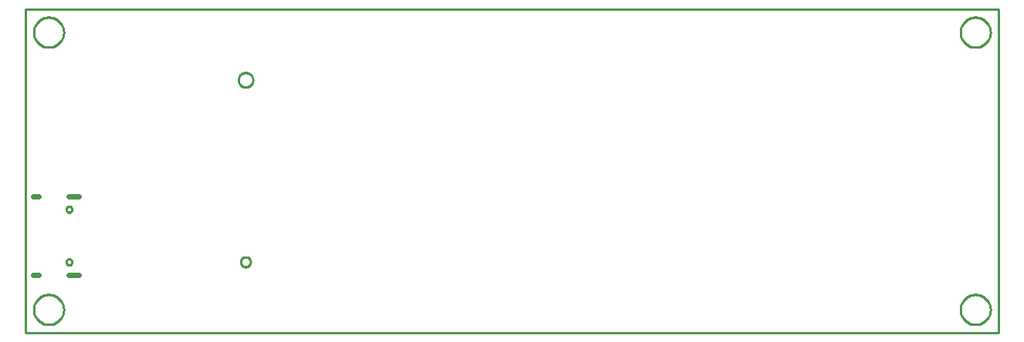
<source format=gko>
G04 EAGLE Gerber RS-274X export*
G75*
%MOMM*%
%FSLAX34Y34*%
%LPD*%
%IN*%
%IPPOS*%
%AMOC8*
5,1,8,0,0,1.08239X$1,22.5*%
G01*
%ADD10C,0.254000*%
%ADD11C,0.000000*%
%ADD12C,0.600000*%
%ADD13C,0.254000*%


D10*
X0Y0D02*
X0Y355600D01*
X1066800Y355600D01*
X1066800Y0D01*
X0Y0D01*
D11*
X44530Y135580D02*
X44532Y135693D01*
X44538Y135807D01*
X44548Y135920D01*
X44562Y136032D01*
X44579Y136144D01*
X44601Y136256D01*
X44627Y136366D01*
X44656Y136476D01*
X44689Y136584D01*
X44726Y136692D01*
X44767Y136797D01*
X44811Y136902D01*
X44859Y137005D01*
X44910Y137106D01*
X44965Y137205D01*
X45024Y137302D01*
X45086Y137397D01*
X45151Y137490D01*
X45219Y137581D01*
X45290Y137669D01*
X45365Y137755D01*
X45442Y137838D01*
X45522Y137918D01*
X45605Y137995D01*
X45691Y138070D01*
X45779Y138141D01*
X45870Y138209D01*
X45963Y138274D01*
X46058Y138336D01*
X46155Y138395D01*
X46254Y138450D01*
X46355Y138501D01*
X46458Y138549D01*
X46563Y138593D01*
X46668Y138634D01*
X46776Y138671D01*
X46884Y138704D01*
X46994Y138733D01*
X47104Y138759D01*
X47216Y138781D01*
X47328Y138798D01*
X47440Y138812D01*
X47553Y138822D01*
X47667Y138828D01*
X47780Y138830D01*
X47893Y138828D01*
X48007Y138822D01*
X48120Y138812D01*
X48232Y138798D01*
X48344Y138781D01*
X48456Y138759D01*
X48566Y138733D01*
X48676Y138704D01*
X48784Y138671D01*
X48892Y138634D01*
X48997Y138593D01*
X49102Y138549D01*
X49205Y138501D01*
X49306Y138450D01*
X49405Y138395D01*
X49502Y138336D01*
X49597Y138274D01*
X49690Y138209D01*
X49781Y138141D01*
X49869Y138070D01*
X49955Y137995D01*
X50038Y137918D01*
X50118Y137838D01*
X50195Y137755D01*
X50270Y137669D01*
X50341Y137581D01*
X50409Y137490D01*
X50474Y137397D01*
X50536Y137302D01*
X50595Y137205D01*
X50650Y137106D01*
X50701Y137005D01*
X50749Y136902D01*
X50793Y136797D01*
X50834Y136692D01*
X50871Y136584D01*
X50904Y136476D01*
X50933Y136366D01*
X50959Y136256D01*
X50981Y136144D01*
X50998Y136032D01*
X51012Y135920D01*
X51022Y135807D01*
X51028Y135693D01*
X51030Y135580D01*
X51028Y135467D01*
X51022Y135353D01*
X51012Y135240D01*
X50998Y135128D01*
X50981Y135016D01*
X50959Y134904D01*
X50933Y134794D01*
X50904Y134684D01*
X50871Y134576D01*
X50834Y134468D01*
X50793Y134363D01*
X50749Y134258D01*
X50701Y134155D01*
X50650Y134054D01*
X50595Y133955D01*
X50536Y133858D01*
X50474Y133763D01*
X50409Y133670D01*
X50341Y133579D01*
X50270Y133491D01*
X50195Y133405D01*
X50118Y133322D01*
X50038Y133242D01*
X49955Y133165D01*
X49869Y133090D01*
X49781Y133019D01*
X49690Y132951D01*
X49597Y132886D01*
X49502Y132824D01*
X49405Y132765D01*
X49306Y132710D01*
X49205Y132659D01*
X49102Y132611D01*
X48997Y132567D01*
X48892Y132526D01*
X48784Y132489D01*
X48676Y132456D01*
X48566Y132427D01*
X48456Y132401D01*
X48344Y132379D01*
X48232Y132362D01*
X48120Y132348D01*
X48007Y132338D01*
X47893Y132332D01*
X47780Y132330D01*
X47667Y132332D01*
X47553Y132338D01*
X47440Y132348D01*
X47328Y132362D01*
X47216Y132379D01*
X47104Y132401D01*
X46994Y132427D01*
X46884Y132456D01*
X46776Y132489D01*
X46668Y132526D01*
X46563Y132567D01*
X46458Y132611D01*
X46355Y132659D01*
X46254Y132710D01*
X46155Y132765D01*
X46058Y132824D01*
X45963Y132886D01*
X45870Y132951D01*
X45779Y133019D01*
X45691Y133090D01*
X45605Y133165D01*
X45522Y133242D01*
X45442Y133322D01*
X45365Y133405D01*
X45290Y133491D01*
X45219Y133579D01*
X45151Y133670D01*
X45086Y133763D01*
X45024Y133858D01*
X44965Y133955D01*
X44910Y134054D01*
X44859Y134155D01*
X44811Y134258D01*
X44767Y134363D01*
X44726Y134468D01*
X44689Y134576D01*
X44656Y134684D01*
X44627Y134794D01*
X44601Y134904D01*
X44579Y135016D01*
X44562Y135128D01*
X44548Y135240D01*
X44538Y135353D01*
X44532Y135467D01*
X44530Y135580D01*
X44530Y77780D02*
X44532Y77893D01*
X44538Y78007D01*
X44548Y78120D01*
X44562Y78232D01*
X44579Y78344D01*
X44601Y78456D01*
X44627Y78566D01*
X44656Y78676D01*
X44689Y78784D01*
X44726Y78892D01*
X44767Y78997D01*
X44811Y79102D01*
X44859Y79205D01*
X44910Y79306D01*
X44965Y79405D01*
X45024Y79502D01*
X45086Y79597D01*
X45151Y79690D01*
X45219Y79781D01*
X45290Y79869D01*
X45365Y79955D01*
X45442Y80038D01*
X45522Y80118D01*
X45605Y80195D01*
X45691Y80270D01*
X45779Y80341D01*
X45870Y80409D01*
X45963Y80474D01*
X46058Y80536D01*
X46155Y80595D01*
X46254Y80650D01*
X46355Y80701D01*
X46458Y80749D01*
X46563Y80793D01*
X46668Y80834D01*
X46776Y80871D01*
X46884Y80904D01*
X46994Y80933D01*
X47104Y80959D01*
X47216Y80981D01*
X47328Y80998D01*
X47440Y81012D01*
X47553Y81022D01*
X47667Y81028D01*
X47780Y81030D01*
X47893Y81028D01*
X48007Y81022D01*
X48120Y81012D01*
X48232Y80998D01*
X48344Y80981D01*
X48456Y80959D01*
X48566Y80933D01*
X48676Y80904D01*
X48784Y80871D01*
X48892Y80834D01*
X48997Y80793D01*
X49102Y80749D01*
X49205Y80701D01*
X49306Y80650D01*
X49405Y80595D01*
X49502Y80536D01*
X49597Y80474D01*
X49690Y80409D01*
X49781Y80341D01*
X49869Y80270D01*
X49955Y80195D01*
X50038Y80118D01*
X50118Y80038D01*
X50195Y79955D01*
X50270Y79869D01*
X50341Y79781D01*
X50409Y79690D01*
X50474Y79597D01*
X50536Y79502D01*
X50595Y79405D01*
X50650Y79306D01*
X50701Y79205D01*
X50749Y79102D01*
X50793Y78997D01*
X50834Y78892D01*
X50871Y78784D01*
X50904Y78676D01*
X50933Y78566D01*
X50959Y78456D01*
X50981Y78344D01*
X50998Y78232D01*
X51012Y78120D01*
X51022Y78007D01*
X51028Y77893D01*
X51030Y77780D01*
X51028Y77667D01*
X51022Y77553D01*
X51012Y77440D01*
X50998Y77328D01*
X50981Y77216D01*
X50959Y77104D01*
X50933Y76994D01*
X50904Y76884D01*
X50871Y76776D01*
X50834Y76668D01*
X50793Y76563D01*
X50749Y76458D01*
X50701Y76355D01*
X50650Y76254D01*
X50595Y76155D01*
X50536Y76058D01*
X50474Y75963D01*
X50409Y75870D01*
X50341Y75779D01*
X50270Y75691D01*
X50195Y75605D01*
X50118Y75522D01*
X50038Y75442D01*
X49955Y75365D01*
X49869Y75290D01*
X49781Y75219D01*
X49690Y75151D01*
X49597Y75086D01*
X49502Y75024D01*
X49405Y74965D01*
X49306Y74910D01*
X49205Y74859D01*
X49102Y74811D01*
X48997Y74767D01*
X48892Y74726D01*
X48784Y74689D01*
X48676Y74656D01*
X48566Y74627D01*
X48456Y74601D01*
X48344Y74579D01*
X48232Y74562D01*
X48120Y74548D01*
X48007Y74538D01*
X47893Y74532D01*
X47780Y74530D01*
X47667Y74532D01*
X47553Y74538D01*
X47440Y74548D01*
X47328Y74562D01*
X47216Y74579D01*
X47104Y74601D01*
X46994Y74627D01*
X46884Y74656D01*
X46776Y74689D01*
X46668Y74726D01*
X46563Y74767D01*
X46458Y74811D01*
X46355Y74859D01*
X46254Y74910D01*
X46155Y74965D01*
X46058Y75024D01*
X45963Y75086D01*
X45870Y75151D01*
X45779Y75219D01*
X45691Y75290D01*
X45605Y75365D01*
X45522Y75442D01*
X45442Y75522D01*
X45365Y75605D01*
X45290Y75691D01*
X45219Y75779D01*
X45151Y75870D01*
X45086Y75963D01*
X45024Y76058D01*
X44965Y76155D01*
X44910Y76254D01*
X44859Y76355D01*
X44811Y76458D01*
X44767Y76563D01*
X44726Y76668D01*
X44689Y76776D01*
X44656Y76884D01*
X44627Y76994D01*
X44601Y77104D01*
X44579Y77216D01*
X44562Y77328D01*
X44548Y77440D01*
X44538Y77553D01*
X44532Y77667D01*
X44530Y77780D01*
D12*
X47580Y149860D02*
X58580Y149860D01*
X58580Y63500D02*
X47580Y63500D01*
X14430Y149860D02*
X8230Y149860D01*
X8230Y63500D02*
X14430Y63500D01*
D11*
X1024890Y330200D02*
X1024895Y330605D01*
X1024910Y331010D01*
X1024935Y331415D01*
X1024970Y331818D01*
X1025014Y332221D01*
X1025069Y332623D01*
X1025133Y333023D01*
X1025207Y333421D01*
X1025291Y333817D01*
X1025385Y334212D01*
X1025488Y334603D01*
X1025601Y334993D01*
X1025723Y335379D01*
X1025855Y335762D01*
X1025996Y336142D01*
X1026147Y336518D01*
X1026306Y336891D01*
X1026475Y337259D01*
X1026653Y337623D01*
X1026839Y337983D01*
X1027035Y338338D01*
X1027239Y338688D01*
X1027451Y339033D01*
X1027672Y339372D01*
X1027902Y339707D01*
X1028139Y340035D01*
X1028384Y340357D01*
X1028638Y340674D01*
X1028898Y340984D01*
X1029167Y341287D01*
X1029443Y341584D01*
X1029726Y341874D01*
X1030016Y342157D01*
X1030313Y342433D01*
X1030616Y342702D01*
X1030926Y342962D01*
X1031243Y343216D01*
X1031565Y343461D01*
X1031893Y343698D01*
X1032228Y343928D01*
X1032567Y344149D01*
X1032912Y344361D01*
X1033262Y344565D01*
X1033617Y344761D01*
X1033977Y344947D01*
X1034341Y345125D01*
X1034709Y345294D01*
X1035082Y345453D01*
X1035458Y345604D01*
X1035838Y345745D01*
X1036221Y345877D01*
X1036607Y345999D01*
X1036997Y346112D01*
X1037388Y346215D01*
X1037783Y346309D01*
X1038179Y346393D01*
X1038577Y346467D01*
X1038977Y346531D01*
X1039379Y346586D01*
X1039782Y346630D01*
X1040185Y346665D01*
X1040590Y346690D01*
X1040995Y346705D01*
X1041400Y346710D01*
X1041805Y346705D01*
X1042210Y346690D01*
X1042615Y346665D01*
X1043018Y346630D01*
X1043421Y346586D01*
X1043823Y346531D01*
X1044223Y346467D01*
X1044621Y346393D01*
X1045017Y346309D01*
X1045412Y346215D01*
X1045803Y346112D01*
X1046193Y345999D01*
X1046579Y345877D01*
X1046962Y345745D01*
X1047342Y345604D01*
X1047718Y345453D01*
X1048091Y345294D01*
X1048459Y345125D01*
X1048823Y344947D01*
X1049183Y344761D01*
X1049538Y344565D01*
X1049888Y344361D01*
X1050233Y344149D01*
X1050572Y343928D01*
X1050907Y343698D01*
X1051235Y343461D01*
X1051557Y343216D01*
X1051874Y342962D01*
X1052184Y342702D01*
X1052487Y342433D01*
X1052784Y342157D01*
X1053074Y341874D01*
X1053357Y341584D01*
X1053633Y341287D01*
X1053902Y340984D01*
X1054162Y340674D01*
X1054416Y340357D01*
X1054661Y340035D01*
X1054898Y339707D01*
X1055128Y339372D01*
X1055349Y339033D01*
X1055561Y338688D01*
X1055765Y338338D01*
X1055961Y337983D01*
X1056147Y337623D01*
X1056325Y337259D01*
X1056494Y336891D01*
X1056653Y336518D01*
X1056804Y336142D01*
X1056945Y335762D01*
X1057077Y335379D01*
X1057199Y334993D01*
X1057312Y334603D01*
X1057415Y334212D01*
X1057509Y333817D01*
X1057593Y333421D01*
X1057667Y333023D01*
X1057731Y332623D01*
X1057786Y332221D01*
X1057830Y331818D01*
X1057865Y331415D01*
X1057890Y331010D01*
X1057905Y330605D01*
X1057910Y330200D01*
X1057905Y329795D01*
X1057890Y329390D01*
X1057865Y328985D01*
X1057830Y328582D01*
X1057786Y328179D01*
X1057731Y327777D01*
X1057667Y327377D01*
X1057593Y326979D01*
X1057509Y326583D01*
X1057415Y326188D01*
X1057312Y325797D01*
X1057199Y325407D01*
X1057077Y325021D01*
X1056945Y324638D01*
X1056804Y324258D01*
X1056653Y323882D01*
X1056494Y323509D01*
X1056325Y323141D01*
X1056147Y322777D01*
X1055961Y322417D01*
X1055765Y322062D01*
X1055561Y321712D01*
X1055349Y321367D01*
X1055128Y321028D01*
X1054898Y320693D01*
X1054661Y320365D01*
X1054416Y320043D01*
X1054162Y319726D01*
X1053902Y319416D01*
X1053633Y319113D01*
X1053357Y318816D01*
X1053074Y318526D01*
X1052784Y318243D01*
X1052487Y317967D01*
X1052184Y317698D01*
X1051874Y317438D01*
X1051557Y317184D01*
X1051235Y316939D01*
X1050907Y316702D01*
X1050572Y316472D01*
X1050233Y316251D01*
X1049888Y316039D01*
X1049538Y315835D01*
X1049183Y315639D01*
X1048823Y315453D01*
X1048459Y315275D01*
X1048091Y315106D01*
X1047718Y314947D01*
X1047342Y314796D01*
X1046962Y314655D01*
X1046579Y314523D01*
X1046193Y314401D01*
X1045803Y314288D01*
X1045412Y314185D01*
X1045017Y314091D01*
X1044621Y314007D01*
X1044223Y313933D01*
X1043823Y313869D01*
X1043421Y313814D01*
X1043018Y313770D01*
X1042615Y313735D01*
X1042210Y313710D01*
X1041805Y313695D01*
X1041400Y313690D01*
X1040995Y313695D01*
X1040590Y313710D01*
X1040185Y313735D01*
X1039782Y313770D01*
X1039379Y313814D01*
X1038977Y313869D01*
X1038577Y313933D01*
X1038179Y314007D01*
X1037783Y314091D01*
X1037388Y314185D01*
X1036997Y314288D01*
X1036607Y314401D01*
X1036221Y314523D01*
X1035838Y314655D01*
X1035458Y314796D01*
X1035082Y314947D01*
X1034709Y315106D01*
X1034341Y315275D01*
X1033977Y315453D01*
X1033617Y315639D01*
X1033262Y315835D01*
X1032912Y316039D01*
X1032567Y316251D01*
X1032228Y316472D01*
X1031893Y316702D01*
X1031565Y316939D01*
X1031243Y317184D01*
X1030926Y317438D01*
X1030616Y317698D01*
X1030313Y317967D01*
X1030016Y318243D01*
X1029726Y318526D01*
X1029443Y318816D01*
X1029167Y319113D01*
X1028898Y319416D01*
X1028638Y319726D01*
X1028384Y320043D01*
X1028139Y320365D01*
X1027902Y320693D01*
X1027672Y321028D01*
X1027451Y321367D01*
X1027239Y321712D01*
X1027035Y322062D01*
X1026839Y322417D01*
X1026653Y322777D01*
X1026475Y323141D01*
X1026306Y323509D01*
X1026147Y323882D01*
X1025996Y324258D01*
X1025855Y324638D01*
X1025723Y325021D01*
X1025601Y325407D01*
X1025488Y325797D01*
X1025385Y326188D01*
X1025291Y326583D01*
X1025207Y326979D01*
X1025133Y327377D01*
X1025069Y327777D01*
X1025014Y328179D01*
X1024970Y328582D01*
X1024935Y328985D01*
X1024910Y329390D01*
X1024895Y329795D01*
X1024890Y330200D01*
X8890Y330200D02*
X8895Y330605D01*
X8910Y331010D01*
X8935Y331415D01*
X8970Y331818D01*
X9014Y332221D01*
X9069Y332623D01*
X9133Y333023D01*
X9207Y333421D01*
X9291Y333817D01*
X9385Y334212D01*
X9488Y334603D01*
X9601Y334993D01*
X9723Y335379D01*
X9855Y335762D01*
X9996Y336142D01*
X10147Y336518D01*
X10306Y336891D01*
X10475Y337259D01*
X10653Y337623D01*
X10839Y337983D01*
X11035Y338338D01*
X11239Y338688D01*
X11451Y339033D01*
X11672Y339372D01*
X11902Y339707D01*
X12139Y340035D01*
X12384Y340357D01*
X12638Y340674D01*
X12898Y340984D01*
X13167Y341287D01*
X13443Y341584D01*
X13726Y341874D01*
X14016Y342157D01*
X14313Y342433D01*
X14616Y342702D01*
X14926Y342962D01*
X15243Y343216D01*
X15565Y343461D01*
X15893Y343698D01*
X16228Y343928D01*
X16567Y344149D01*
X16912Y344361D01*
X17262Y344565D01*
X17617Y344761D01*
X17977Y344947D01*
X18341Y345125D01*
X18709Y345294D01*
X19082Y345453D01*
X19458Y345604D01*
X19838Y345745D01*
X20221Y345877D01*
X20607Y345999D01*
X20997Y346112D01*
X21388Y346215D01*
X21783Y346309D01*
X22179Y346393D01*
X22577Y346467D01*
X22977Y346531D01*
X23379Y346586D01*
X23782Y346630D01*
X24185Y346665D01*
X24590Y346690D01*
X24995Y346705D01*
X25400Y346710D01*
X25805Y346705D01*
X26210Y346690D01*
X26615Y346665D01*
X27018Y346630D01*
X27421Y346586D01*
X27823Y346531D01*
X28223Y346467D01*
X28621Y346393D01*
X29017Y346309D01*
X29412Y346215D01*
X29803Y346112D01*
X30193Y345999D01*
X30579Y345877D01*
X30962Y345745D01*
X31342Y345604D01*
X31718Y345453D01*
X32091Y345294D01*
X32459Y345125D01*
X32823Y344947D01*
X33183Y344761D01*
X33538Y344565D01*
X33888Y344361D01*
X34233Y344149D01*
X34572Y343928D01*
X34907Y343698D01*
X35235Y343461D01*
X35557Y343216D01*
X35874Y342962D01*
X36184Y342702D01*
X36487Y342433D01*
X36784Y342157D01*
X37074Y341874D01*
X37357Y341584D01*
X37633Y341287D01*
X37902Y340984D01*
X38162Y340674D01*
X38416Y340357D01*
X38661Y340035D01*
X38898Y339707D01*
X39128Y339372D01*
X39349Y339033D01*
X39561Y338688D01*
X39765Y338338D01*
X39961Y337983D01*
X40147Y337623D01*
X40325Y337259D01*
X40494Y336891D01*
X40653Y336518D01*
X40804Y336142D01*
X40945Y335762D01*
X41077Y335379D01*
X41199Y334993D01*
X41312Y334603D01*
X41415Y334212D01*
X41509Y333817D01*
X41593Y333421D01*
X41667Y333023D01*
X41731Y332623D01*
X41786Y332221D01*
X41830Y331818D01*
X41865Y331415D01*
X41890Y331010D01*
X41905Y330605D01*
X41910Y330200D01*
X41905Y329795D01*
X41890Y329390D01*
X41865Y328985D01*
X41830Y328582D01*
X41786Y328179D01*
X41731Y327777D01*
X41667Y327377D01*
X41593Y326979D01*
X41509Y326583D01*
X41415Y326188D01*
X41312Y325797D01*
X41199Y325407D01*
X41077Y325021D01*
X40945Y324638D01*
X40804Y324258D01*
X40653Y323882D01*
X40494Y323509D01*
X40325Y323141D01*
X40147Y322777D01*
X39961Y322417D01*
X39765Y322062D01*
X39561Y321712D01*
X39349Y321367D01*
X39128Y321028D01*
X38898Y320693D01*
X38661Y320365D01*
X38416Y320043D01*
X38162Y319726D01*
X37902Y319416D01*
X37633Y319113D01*
X37357Y318816D01*
X37074Y318526D01*
X36784Y318243D01*
X36487Y317967D01*
X36184Y317698D01*
X35874Y317438D01*
X35557Y317184D01*
X35235Y316939D01*
X34907Y316702D01*
X34572Y316472D01*
X34233Y316251D01*
X33888Y316039D01*
X33538Y315835D01*
X33183Y315639D01*
X32823Y315453D01*
X32459Y315275D01*
X32091Y315106D01*
X31718Y314947D01*
X31342Y314796D01*
X30962Y314655D01*
X30579Y314523D01*
X30193Y314401D01*
X29803Y314288D01*
X29412Y314185D01*
X29017Y314091D01*
X28621Y314007D01*
X28223Y313933D01*
X27823Y313869D01*
X27421Y313814D01*
X27018Y313770D01*
X26615Y313735D01*
X26210Y313710D01*
X25805Y313695D01*
X25400Y313690D01*
X24995Y313695D01*
X24590Y313710D01*
X24185Y313735D01*
X23782Y313770D01*
X23379Y313814D01*
X22977Y313869D01*
X22577Y313933D01*
X22179Y314007D01*
X21783Y314091D01*
X21388Y314185D01*
X20997Y314288D01*
X20607Y314401D01*
X20221Y314523D01*
X19838Y314655D01*
X19458Y314796D01*
X19082Y314947D01*
X18709Y315106D01*
X18341Y315275D01*
X17977Y315453D01*
X17617Y315639D01*
X17262Y315835D01*
X16912Y316039D01*
X16567Y316251D01*
X16228Y316472D01*
X15893Y316702D01*
X15565Y316939D01*
X15243Y317184D01*
X14926Y317438D01*
X14616Y317698D01*
X14313Y317967D01*
X14016Y318243D01*
X13726Y318526D01*
X13443Y318816D01*
X13167Y319113D01*
X12898Y319416D01*
X12638Y319726D01*
X12384Y320043D01*
X12139Y320365D01*
X11902Y320693D01*
X11672Y321028D01*
X11451Y321367D01*
X11239Y321712D01*
X11035Y322062D01*
X10839Y322417D01*
X10653Y322777D01*
X10475Y323141D01*
X10306Y323509D01*
X10147Y323882D01*
X9996Y324258D01*
X9855Y324638D01*
X9723Y325021D01*
X9601Y325407D01*
X9488Y325797D01*
X9385Y326188D01*
X9291Y326583D01*
X9207Y326979D01*
X9133Y327377D01*
X9069Y327777D01*
X9014Y328179D01*
X8970Y328582D01*
X8935Y328985D01*
X8910Y329390D01*
X8895Y329795D01*
X8890Y330200D01*
X1024890Y25400D02*
X1024895Y25805D01*
X1024910Y26210D01*
X1024935Y26615D01*
X1024970Y27018D01*
X1025014Y27421D01*
X1025069Y27823D01*
X1025133Y28223D01*
X1025207Y28621D01*
X1025291Y29017D01*
X1025385Y29412D01*
X1025488Y29803D01*
X1025601Y30193D01*
X1025723Y30579D01*
X1025855Y30962D01*
X1025996Y31342D01*
X1026147Y31718D01*
X1026306Y32091D01*
X1026475Y32459D01*
X1026653Y32823D01*
X1026839Y33183D01*
X1027035Y33538D01*
X1027239Y33888D01*
X1027451Y34233D01*
X1027672Y34572D01*
X1027902Y34907D01*
X1028139Y35235D01*
X1028384Y35557D01*
X1028638Y35874D01*
X1028898Y36184D01*
X1029167Y36487D01*
X1029443Y36784D01*
X1029726Y37074D01*
X1030016Y37357D01*
X1030313Y37633D01*
X1030616Y37902D01*
X1030926Y38162D01*
X1031243Y38416D01*
X1031565Y38661D01*
X1031893Y38898D01*
X1032228Y39128D01*
X1032567Y39349D01*
X1032912Y39561D01*
X1033262Y39765D01*
X1033617Y39961D01*
X1033977Y40147D01*
X1034341Y40325D01*
X1034709Y40494D01*
X1035082Y40653D01*
X1035458Y40804D01*
X1035838Y40945D01*
X1036221Y41077D01*
X1036607Y41199D01*
X1036997Y41312D01*
X1037388Y41415D01*
X1037783Y41509D01*
X1038179Y41593D01*
X1038577Y41667D01*
X1038977Y41731D01*
X1039379Y41786D01*
X1039782Y41830D01*
X1040185Y41865D01*
X1040590Y41890D01*
X1040995Y41905D01*
X1041400Y41910D01*
X1041805Y41905D01*
X1042210Y41890D01*
X1042615Y41865D01*
X1043018Y41830D01*
X1043421Y41786D01*
X1043823Y41731D01*
X1044223Y41667D01*
X1044621Y41593D01*
X1045017Y41509D01*
X1045412Y41415D01*
X1045803Y41312D01*
X1046193Y41199D01*
X1046579Y41077D01*
X1046962Y40945D01*
X1047342Y40804D01*
X1047718Y40653D01*
X1048091Y40494D01*
X1048459Y40325D01*
X1048823Y40147D01*
X1049183Y39961D01*
X1049538Y39765D01*
X1049888Y39561D01*
X1050233Y39349D01*
X1050572Y39128D01*
X1050907Y38898D01*
X1051235Y38661D01*
X1051557Y38416D01*
X1051874Y38162D01*
X1052184Y37902D01*
X1052487Y37633D01*
X1052784Y37357D01*
X1053074Y37074D01*
X1053357Y36784D01*
X1053633Y36487D01*
X1053902Y36184D01*
X1054162Y35874D01*
X1054416Y35557D01*
X1054661Y35235D01*
X1054898Y34907D01*
X1055128Y34572D01*
X1055349Y34233D01*
X1055561Y33888D01*
X1055765Y33538D01*
X1055961Y33183D01*
X1056147Y32823D01*
X1056325Y32459D01*
X1056494Y32091D01*
X1056653Y31718D01*
X1056804Y31342D01*
X1056945Y30962D01*
X1057077Y30579D01*
X1057199Y30193D01*
X1057312Y29803D01*
X1057415Y29412D01*
X1057509Y29017D01*
X1057593Y28621D01*
X1057667Y28223D01*
X1057731Y27823D01*
X1057786Y27421D01*
X1057830Y27018D01*
X1057865Y26615D01*
X1057890Y26210D01*
X1057905Y25805D01*
X1057910Y25400D01*
X1057905Y24995D01*
X1057890Y24590D01*
X1057865Y24185D01*
X1057830Y23782D01*
X1057786Y23379D01*
X1057731Y22977D01*
X1057667Y22577D01*
X1057593Y22179D01*
X1057509Y21783D01*
X1057415Y21388D01*
X1057312Y20997D01*
X1057199Y20607D01*
X1057077Y20221D01*
X1056945Y19838D01*
X1056804Y19458D01*
X1056653Y19082D01*
X1056494Y18709D01*
X1056325Y18341D01*
X1056147Y17977D01*
X1055961Y17617D01*
X1055765Y17262D01*
X1055561Y16912D01*
X1055349Y16567D01*
X1055128Y16228D01*
X1054898Y15893D01*
X1054661Y15565D01*
X1054416Y15243D01*
X1054162Y14926D01*
X1053902Y14616D01*
X1053633Y14313D01*
X1053357Y14016D01*
X1053074Y13726D01*
X1052784Y13443D01*
X1052487Y13167D01*
X1052184Y12898D01*
X1051874Y12638D01*
X1051557Y12384D01*
X1051235Y12139D01*
X1050907Y11902D01*
X1050572Y11672D01*
X1050233Y11451D01*
X1049888Y11239D01*
X1049538Y11035D01*
X1049183Y10839D01*
X1048823Y10653D01*
X1048459Y10475D01*
X1048091Y10306D01*
X1047718Y10147D01*
X1047342Y9996D01*
X1046962Y9855D01*
X1046579Y9723D01*
X1046193Y9601D01*
X1045803Y9488D01*
X1045412Y9385D01*
X1045017Y9291D01*
X1044621Y9207D01*
X1044223Y9133D01*
X1043823Y9069D01*
X1043421Y9014D01*
X1043018Y8970D01*
X1042615Y8935D01*
X1042210Y8910D01*
X1041805Y8895D01*
X1041400Y8890D01*
X1040995Y8895D01*
X1040590Y8910D01*
X1040185Y8935D01*
X1039782Y8970D01*
X1039379Y9014D01*
X1038977Y9069D01*
X1038577Y9133D01*
X1038179Y9207D01*
X1037783Y9291D01*
X1037388Y9385D01*
X1036997Y9488D01*
X1036607Y9601D01*
X1036221Y9723D01*
X1035838Y9855D01*
X1035458Y9996D01*
X1035082Y10147D01*
X1034709Y10306D01*
X1034341Y10475D01*
X1033977Y10653D01*
X1033617Y10839D01*
X1033262Y11035D01*
X1032912Y11239D01*
X1032567Y11451D01*
X1032228Y11672D01*
X1031893Y11902D01*
X1031565Y12139D01*
X1031243Y12384D01*
X1030926Y12638D01*
X1030616Y12898D01*
X1030313Y13167D01*
X1030016Y13443D01*
X1029726Y13726D01*
X1029443Y14016D01*
X1029167Y14313D01*
X1028898Y14616D01*
X1028638Y14926D01*
X1028384Y15243D01*
X1028139Y15565D01*
X1027902Y15893D01*
X1027672Y16228D01*
X1027451Y16567D01*
X1027239Y16912D01*
X1027035Y17262D01*
X1026839Y17617D01*
X1026653Y17977D01*
X1026475Y18341D01*
X1026306Y18709D01*
X1026147Y19082D01*
X1025996Y19458D01*
X1025855Y19838D01*
X1025723Y20221D01*
X1025601Y20607D01*
X1025488Y20997D01*
X1025385Y21388D01*
X1025291Y21783D01*
X1025207Y22179D01*
X1025133Y22577D01*
X1025069Y22977D01*
X1025014Y23379D01*
X1024970Y23782D01*
X1024935Y24185D01*
X1024910Y24590D01*
X1024895Y24995D01*
X1024890Y25400D01*
X8890Y25400D02*
X8895Y25805D01*
X8910Y26210D01*
X8935Y26615D01*
X8970Y27018D01*
X9014Y27421D01*
X9069Y27823D01*
X9133Y28223D01*
X9207Y28621D01*
X9291Y29017D01*
X9385Y29412D01*
X9488Y29803D01*
X9601Y30193D01*
X9723Y30579D01*
X9855Y30962D01*
X9996Y31342D01*
X10147Y31718D01*
X10306Y32091D01*
X10475Y32459D01*
X10653Y32823D01*
X10839Y33183D01*
X11035Y33538D01*
X11239Y33888D01*
X11451Y34233D01*
X11672Y34572D01*
X11902Y34907D01*
X12139Y35235D01*
X12384Y35557D01*
X12638Y35874D01*
X12898Y36184D01*
X13167Y36487D01*
X13443Y36784D01*
X13726Y37074D01*
X14016Y37357D01*
X14313Y37633D01*
X14616Y37902D01*
X14926Y38162D01*
X15243Y38416D01*
X15565Y38661D01*
X15893Y38898D01*
X16228Y39128D01*
X16567Y39349D01*
X16912Y39561D01*
X17262Y39765D01*
X17617Y39961D01*
X17977Y40147D01*
X18341Y40325D01*
X18709Y40494D01*
X19082Y40653D01*
X19458Y40804D01*
X19838Y40945D01*
X20221Y41077D01*
X20607Y41199D01*
X20997Y41312D01*
X21388Y41415D01*
X21783Y41509D01*
X22179Y41593D01*
X22577Y41667D01*
X22977Y41731D01*
X23379Y41786D01*
X23782Y41830D01*
X24185Y41865D01*
X24590Y41890D01*
X24995Y41905D01*
X25400Y41910D01*
X25805Y41905D01*
X26210Y41890D01*
X26615Y41865D01*
X27018Y41830D01*
X27421Y41786D01*
X27823Y41731D01*
X28223Y41667D01*
X28621Y41593D01*
X29017Y41509D01*
X29412Y41415D01*
X29803Y41312D01*
X30193Y41199D01*
X30579Y41077D01*
X30962Y40945D01*
X31342Y40804D01*
X31718Y40653D01*
X32091Y40494D01*
X32459Y40325D01*
X32823Y40147D01*
X33183Y39961D01*
X33538Y39765D01*
X33888Y39561D01*
X34233Y39349D01*
X34572Y39128D01*
X34907Y38898D01*
X35235Y38661D01*
X35557Y38416D01*
X35874Y38162D01*
X36184Y37902D01*
X36487Y37633D01*
X36784Y37357D01*
X37074Y37074D01*
X37357Y36784D01*
X37633Y36487D01*
X37902Y36184D01*
X38162Y35874D01*
X38416Y35557D01*
X38661Y35235D01*
X38898Y34907D01*
X39128Y34572D01*
X39349Y34233D01*
X39561Y33888D01*
X39765Y33538D01*
X39961Y33183D01*
X40147Y32823D01*
X40325Y32459D01*
X40494Y32091D01*
X40653Y31718D01*
X40804Y31342D01*
X40945Y30962D01*
X41077Y30579D01*
X41199Y30193D01*
X41312Y29803D01*
X41415Y29412D01*
X41509Y29017D01*
X41593Y28621D01*
X41667Y28223D01*
X41731Y27823D01*
X41786Y27421D01*
X41830Y27018D01*
X41865Y26615D01*
X41890Y26210D01*
X41905Y25805D01*
X41910Y25400D01*
X41905Y24995D01*
X41890Y24590D01*
X41865Y24185D01*
X41830Y23782D01*
X41786Y23379D01*
X41731Y22977D01*
X41667Y22577D01*
X41593Y22179D01*
X41509Y21783D01*
X41415Y21388D01*
X41312Y20997D01*
X41199Y20607D01*
X41077Y20221D01*
X40945Y19838D01*
X40804Y19458D01*
X40653Y19082D01*
X40494Y18709D01*
X40325Y18341D01*
X40147Y17977D01*
X39961Y17617D01*
X39765Y17262D01*
X39561Y16912D01*
X39349Y16567D01*
X39128Y16228D01*
X38898Y15893D01*
X38661Y15565D01*
X38416Y15243D01*
X38162Y14926D01*
X37902Y14616D01*
X37633Y14313D01*
X37357Y14016D01*
X37074Y13726D01*
X36784Y13443D01*
X36487Y13167D01*
X36184Y12898D01*
X35874Y12638D01*
X35557Y12384D01*
X35235Y12139D01*
X34907Y11902D01*
X34572Y11672D01*
X34233Y11451D01*
X33888Y11239D01*
X33538Y11035D01*
X33183Y10839D01*
X32823Y10653D01*
X32459Y10475D01*
X32091Y10306D01*
X31718Y10147D01*
X31342Y9996D01*
X30962Y9855D01*
X30579Y9723D01*
X30193Y9601D01*
X29803Y9488D01*
X29412Y9385D01*
X29017Y9291D01*
X28621Y9207D01*
X28223Y9133D01*
X27823Y9069D01*
X27421Y9014D01*
X27018Y8970D01*
X26615Y8935D01*
X26210Y8910D01*
X25805Y8895D01*
X25400Y8890D01*
X24995Y8895D01*
X24590Y8910D01*
X24185Y8935D01*
X23782Y8970D01*
X23379Y9014D01*
X22977Y9069D01*
X22577Y9133D01*
X22179Y9207D01*
X21783Y9291D01*
X21388Y9385D01*
X20997Y9488D01*
X20607Y9601D01*
X20221Y9723D01*
X19838Y9855D01*
X19458Y9996D01*
X19082Y10147D01*
X18709Y10306D01*
X18341Y10475D01*
X17977Y10653D01*
X17617Y10839D01*
X17262Y11035D01*
X16912Y11239D01*
X16567Y11451D01*
X16228Y11672D01*
X15893Y11902D01*
X15565Y12139D01*
X15243Y12384D01*
X14926Y12638D01*
X14616Y12898D01*
X14313Y13167D01*
X14016Y13443D01*
X13726Y13726D01*
X13443Y14016D01*
X13167Y14313D01*
X12898Y14616D01*
X12638Y14926D01*
X12384Y15243D01*
X12139Y15565D01*
X11902Y15893D01*
X11672Y16228D01*
X11451Y16567D01*
X11239Y16912D01*
X11035Y17262D01*
X10839Y17617D01*
X10653Y17977D01*
X10475Y18341D01*
X10306Y18709D01*
X10147Y19082D01*
X9996Y19458D01*
X9855Y19838D01*
X9723Y20221D01*
X9601Y20607D01*
X9488Y20997D01*
X9385Y21388D01*
X9291Y21783D01*
X9207Y22179D01*
X9133Y22577D01*
X9069Y22977D01*
X9014Y23379D01*
X8970Y23782D01*
X8935Y24185D01*
X8910Y24590D01*
X8895Y24995D01*
X8890Y25400D01*
X235800Y77800D02*
X235802Y77948D01*
X235808Y78096D01*
X235818Y78244D01*
X235832Y78392D01*
X235850Y78539D01*
X235872Y78686D01*
X235898Y78832D01*
X235927Y78977D01*
X235961Y79122D01*
X235999Y79265D01*
X236040Y79408D01*
X236085Y79549D01*
X236135Y79689D01*
X236187Y79827D01*
X236244Y79965D01*
X236304Y80100D01*
X236368Y80234D01*
X236435Y80366D01*
X236506Y80496D01*
X236581Y80625D01*
X236659Y80751D01*
X236740Y80875D01*
X236824Y80997D01*
X236912Y81116D01*
X237003Y81233D01*
X237097Y81348D01*
X237195Y81460D01*
X237295Y81569D01*
X237398Y81676D01*
X237504Y81780D01*
X237612Y81881D01*
X237724Y81979D01*
X237838Y82074D01*
X237954Y82165D01*
X238073Y82254D01*
X238194Y82339D01*
X238318Y82421D01*
X238444Y82500D01*
X238571Y82575D01*
X238701Y82647D01*
X238833Y82716D01*
X238966Y82780D01*
X239101Y82841D01*
X239238Y82899D01*
X239376Y82953D01*
X239516Y83003D01*
X239657Y83049D01*
X239799Y83091D01*
X239942Y83130D01*
X240086Y83164D01*
X240232Y83195D01*
X240377Y83222D01*
X240524Y83245D01*
X240671Y83264D01*
X240819Y83279D01*
X240966Y83290D01*
X241115Y83297D01*
X241263Y83300D01*
X241411Y83299D01*
X241559Y83294D01*
X241707Y83285D01*
X241855Y83272D01*
X242003Y83255D01*
X242149Y83234D01*
X242296Y83209D01*
X242441Y83180D01*
X242586Y83148D01*
X242729Y83111D01*
X242872Y83071D01*
X243014Y83026D01*
X243154Y82978D01*
X243293Y82926D01*
X243430Y82871D01*
X243566Y82811D01*
X243701Y82748D01*
X243833Y82682D01*
X243964Y82612D01*
X244093Y82538D01*
X244219Y82461D01*
X244344Y82381D01*
X244466Y82297D01*
X244587Y82210D01*
X244704Y82120D01*
X244820Y82026D01*
X244932Y81930D01*
X245042Y81831D01*
X245150Y81728D01*
X245254Y81623D01*
X245356Y81515D01*
X245454Y81404D01*
X245550Y81291D01*
X245643Y81175D01*
X245732Y81057D01*
X245818Y80936D01*
X245901Y80813D01*
X245981Y80688D01*
X246057Y80561D01*
X246130Y80431D01*
X246199Y80300D01*
X246264Y80167D01*
X246327Y80033D01*
X246385Y79896D01*
X246440Y79758D01*
X246490Y79619D01*
X246538Y79478D01*
X246581Y79337D01*
X246621Y79194D01*
X246656Y79050D01*
X246688Y78905D01*
X246716Y78759D01*
X246740Y78613D01*
X246760Y78466D01*
X246776Y78318D01*
X246788Y78171D01*
X246796Y78022D01*
X246800Y77874D01*
X246800Y77726D01*
X246796Y77578D01*
X246788Y77429D01*
X246776Y77282D01*
X246760Y77134D01*
X246740Y76987D01*
X246716Y76841D01*
X246688Y76695D01*
X246656Y76550D01*
X246621Y76406D01*
X246581Y76263D01*
X246538Y76122D01*
X246490Y75981D01*
X246440Y75842D01*
X246385Y75704D01*
X246327Y75567D01*
X246264Y75433D01*
X246199Y75300D01*
X246130Y75169D01*
X246057Y75039D01*
X245981Y74912D01*
X245901Y74787D01*
X245818Y74664D01*
X245732Y74543D01*
X245643Y74425D01*
X245550Y74309D01*
X245454Y74196D01*
X245356Y74085D01*
X245254Y73977D01*
X245150Y73872D01*
X245042Y73769D01*
X244932Y73670D01*
X244820Y73574D01*
X244704Y73480D01*
X244587Y73390D01*
X244466Y73303D01*
X244344Y73219D01*
X244219Y73139D01*
X244093Y73062D01*
X243964Y72988D01*
X243833Y72918D01*
X243701Y72852D01*
X243566Y72789D01*
X243430Y72729D01*
X243293Y72674D01*
X243154Y72622D01*
X243014Y72574D01*
X242872Y72529D01*
X242729Y72489D01*
X242586Y72452D01*
X242441Y72420D01*
X242296Y72391D01*
X242149Y72366D01*
X242003Y72345D01*
X241855Y72328D01*
X241707Y72315D01*
X241559Y72306D01*
X241411Y72301D01*
X241263Y72300D01*
X241115Y72303D01*
X240966Y72310D01*
X240819Y72321D01*
X240671Y72336D01*
X240524Y72355D01*
X240377Y72378D01*
X240232Y72405D01*
X240086Y72436D01*
X239942Y72470D01*
X239799Y72509D01*
X239657Y72551D01*
X239516Y72597D01*
X239376Y72647D01*
X239238Y72701D01*
X239101Y72759D01*
X238966Y72820D01*
X238833Y72884D01*
X238701Y72953D01*
X238571Y73025D01*
X238444Y73100D01*
X238318Y73179D01*
X238194Y73261D01*
X238073Y73346D01*
X237954Y73435D01*
X237838Y73526D01*
X237724Y73621D01*
X237612Y73719D01*
X237504Y73820D01*
X237398Y73924D01*
X237295Y74031D01*
X237195Y74140D01*
X237097Y74252D01*
X237003Y74367D01*
X236912Y74484D01*
X236824Y74603D01*
X236740Y74725D01*
X236659Y74849D01*
X236581Y74975D01*
X236506Y75104D01*
X236435Y75234D01*
X236368Y75366D01*
X236304Y75500D01*
X236244Y75635D01*
X236187Y75773D01*
X236135Y75911D01*
X236085Y76051D01*
X236040Y76192D01*
X235999Y76335D01*
X235961Y76478D01*
X235927Y76623D01*
X235898Y76768D01*
X235872Y76914D01*
X235850Y77061D01*
X235832Y77208D01*
X235818Y77356D01*
X235808Y77504D01*
X235802Y77652D01*
X235800Y77800D01*
X233300Y277800D02*
X233302Y277996D01*
X233310Y278193D01*
X233322Y278389D01*
X233339Y278584D01*
X233360Y278779D01*
X233387Y278974D01*
X233418Y279168D01*
X233454Y279361D01*
X233494Y279553D01*
X233540Y279744D01*
X233590Y279934D01*
X233644Y280122D01*
X233704Y280309D01*
X233768Y280495D01*
X233836Y280679D01*
X233909Y280861D01*
X233986Y281042D01*
X234068Y281220D01*
X234154Y281397D01*
X234245Y281571D01*
X234339Y281743D01*
X234438Y281913D01*
X234541Y282080D01*
X234648Y282245D01*
X234759Y282406D01*
X234874Y282566D01*
X234993Y282722D01*
X235116Y282875D01*
X235242Y283025D01*
X235372Y283172D01*
X235506Y283316D01*
X235643Y283457D01*
X235784Y283594D01*
X235928Y283728D01*
X236075Y283858D01*
X236225Y283984D01*
X236378Y284107D01*
X236534Y284226D01*
X236694Y284341D01*
X236855Y284452D01*
X237020Y284559D01*
X237187Y284662D01*
X237357Y284761D01*
X237529Y284855D01*
X237703Y284946D01*
X237880Y285032D01*
X238058Y285114D01*
X238239Y285191D01*
X238421Y285264D01*
X238605Y285332D01*
X238791Y285396D01*
X238978Y285456D01*
X239166Y285510D01*
X239356Y285560D01*
X239547Y285606D01*
X239739Y285646D01*
X239932Y285682D01*
X240126Y285713D01*
X240321Y285740D01*
X240516Y285761D01*
X240711Y285778D01*
X240907Y285790D01*
X241104Y285798D01*
X241300Y285800D01*
X241496Y285798D01*
X241693Y285790D01*
X241889Y285778D01*
X242084Y285761D01*
X242279Y285740D01*
X242474Y285713D01*
X242668Y285682D01*
X242861Y285646D01*
X243053Y285606D01*
X243244Y285560D01*
X243434Y285510D01*
X243622Y285456D01*
X243809Y285396D01*
X243995Y285332D01*
X244179Y285264D01*
X244361Y285191D01*
X244542Y285114D01*
X244720Y285032D01*
X244897Y284946D01*
X245071Y284855D01*
X245243Y284761D01*
X245413Y284662D01*
X245580Y284559D01*
X245745Y284452D01*
X245906Y284341D01*
X246066Y284226D01*
X246222Y284107D01*
X246375Y283984D01*
X246525Y283858D01*
X246672Y283728D01*
X246816Y283594D01*
X246957Y283457D01*
X247094Y283316D01*
X247228Y283172D01*
X247358Y283025D01*
X247484Y282875D01*
X247607Y282722D01*
X247726Y282566D01*
X247841Y282406D01*
X247952Y282245D01*
X248059Y282080D01*
X248162Y281913D01*
X248261Y281743D01*
X248355Y281571D01*
X248446Y281397D01*
X248532Y281220D01*
X248614Y281042D01*
X248691Y280861D01*
X248764Y280679D01*
X248832Y280495D01*
X248896Y280309D01*
X248956Y280122D01*
X249010Y279934D01*
X249060Y279744D01*
X249106Y279553D01*
X249146Y279361D01*
X249182Y279168D01*
X249213Y278974D01*
X249240Y278779D01*
X249261Y278584D01*
X249278Y278389D01*
X249290Y278193D01*
X249298Y277996D01*
X249300Y277800D01*
X249298Y277604D01*
X249290Y277407D01*
X249278Y277211D01*
X249261Y277016D01*
X249240Y276821D01*
X249213Y276626D01*
X249182Y276432D01*
X249146Y276239D01*
X249106Y276047D01*
X249060Y275856D01*
X249010Y275666D01*
X248956Y275478D01*
X248896Y275291D01*
X248832Y275105D01*
X248764Y274921D01*
X248691Y274739D01*
X248614Y274558D01*
X248532Y274380D01*
X248446Y274203D01*
X248355Y274029D01*
X248261Y273857D01*
X248162Y273687D01*
X248059Y273520D01*
X247952Y273355D01*
X247841Y273194D01*
X247726Y273034D01*
X247607Y272878D01*
X247484Y272725D01*
X247358Y272575D01*
X247228Y272428D01*
X247094Y272284D01*
X246957Y272143D01*
X246816Y272006D01*
X246672Y271872D01*
X246525Y271742D01*
X246375Y271616D01*
X246222Y271493D01*
X246066Y271374D01*
X245906Y271259D01*
X245745Y271148D01*
X245580Y271041D01*
X245413Y270938D01*
X245243Y270839D01*
X245071Y270745D01*
X244897Y270654D01*
X244720Y270568D01*
X244542Y270486D01*
X244361Y270409D01*
X244179Y270336D01*
X243995Y270268D01*
X243809Y270204D01*
X243622Y270144D01*
X243434Y270090D01*
X243244Y270040D01*
X243053Y269994D01*
X242861Y269954D01*
X242668Y269918D01*
X242474Y269887D01*
X242279Y269860D01*
X242084Y269839D01*
X241889Y269822D01*
X241693Y269810D01*
X241496Y269802D01*
X241300Y269800D01*
X241104Y269802D01*
X240907Y269810D01*
X240711Y269822D01*
X240516Y269839D01*
X240321Y269860D01*
X240126Y269887D01*
X239932Y269918D01*
X239739Y269954D01*
X239547Y269994D01*
X239356Y270040D01*
X239166Y270090D01*
X238978Y270144D01*
X238791Y270204D01*
X238605Y270268D01*
X238421Y270336D01*
X238239Y270409D01*
X238058Y270486D01*
X237880Y270568D01*
X237703Y270654D01*
X237529Y270745D01*
X237357Y270839D01*
X237187Y270938D01*
X237020Y271041D01*
X236855Y271148D01*
X236694Y271259D01*
X236534Y271374D01*
X236378Y271493D01*
X236225Y271616D01*
X236075Y271742D01*
X235928Y271872D01*
X235784Y272006D01*
X235643Y272143D01*
X235506Y272284D01*
X235372Y272428D01*
X235242Y272575D01*
X235116Y272725D01*
X234993Y272878D01*
X234874Y273034D01*
X234759Y273194D01*
X234648Y273355D01*
X234541Y273520D01*
X234438Y273687D01*
X234339Y273857D01*
X234245Y274029D01*
X234154Y274203D01*
X234068Y274380D01*
X233986Y274558D01*
X233909Y274739D01*
X233836Y274921D01*
X233768Y275105D01*
X233704Y275291D01*
X233644Y275478D01*
X233590Y275666D01*
X233540Y275856D01*
X233494Y276047D01*
X233454Y276239D01*
X233418Y276432D01*
X233387Y276626D01*
X233360Y276821D01*
X233339Y277016D01*
X233322Y277211D01*
X233310Y277407D01*
X233302Y277604D01*
X233300Y277800D01*
D13*
X0Y0D02*
X1066800Y0D01*
X1066800Y355600D01*
X0Y355600D01*
X0Y0D01*
X47567Y132330D02*
X47145Y132386D01*
X46733Y132496D01*
X46339Y132659D01*
X45971Y132872D01*
X45633Y133131D01*
X45331Y133433D01*
X45072Y133771D01*
X44859Y134139D01*
X44696Y134533D01*
X44586Y134945D01*
X44530Y135367D01*
X44530Y135793D01*
X44586Y136215D01*
X44696Y136627D01*
X44859Y137021D01*
X45072Y137389D01*
X45331Y137727D01*
X45633Y138029D01*
X45971Y138288D01*
X46339Y138501D01*
X46733Y138664D01*
X47145Y138774D01*
X47567Y138830D01*
X47993Y138830D01*
X48415Y138774D01*
X48827Y138664D01*
X49221Y138501D01*
X49589Y138288D01*
X49927Y138029D01*
X50229Y137727D01*
X50488Y137389D01*
X50701Y137021D01*
X50864Y136627D01*
X50974Y136215D01*
X51030Y135793D01*
X51030Y135367D01*
X50974Y134945D01*
X50864Y134533D01*
X50701Y134139D01*
X50488Y133771D01*
X50229Y133433D01*
X49927Y133131D01*
X49589Y132872D01*
X49221Y132659D01*
X48827Y132496D01*
X48415Y132386D01*
X47993Y132330D01*
X47567Y132330D01*
X47567Y74530D02*
X47145Y74586D01*
X46733Y74696D01*
X46339Y74859D01*
X45971Y75072D01*
X45633Y75331D01*
X45331Y75633D01*
X45072Y75971D01*
X44859Y76339D01*
X44696Y76733D01*
X44586Y77145D01*
X44530Y77567D01*
X44530Y77993D01*
X44586Y78415D01*
X44696Y78827D01*
X44859Y79221D01*
X45072Y79589D01*
X45331Y79927D01*
X45633Y80229D01*
X45971Y80488D01*
X46339Y80701D01*
X46733Y80864D01*
X47145Y80974D01*
X47567Y81030D01*
X47993Y81030D01*
X48415Y80974D01*
X48827Y80864D01*
X49221Y80701D01*
X49589Y80488D01*
X49927Y80229D01*
X50229Y79927D01*
X50488Y79589D01*
X50701Y79221D01*
X50864Y78827D01*
X50974Y78415D01*
X51030Y77993D01*
X51030Y77567D01*
X50974Y77145D01*
X50864Y76733D01*
X50701Y76339D01*
X50488Y75971D01*
X50229Y75633D01*
X49927Y75331D01*
X49589Y75072D01*
X49221Y74859D01*
X48827Y74696D01*
X48415Y74586D01*
X47993Y74530D01*
X47567Y74530D01*
X1057910Y329660D02*
X1057839Y328581D01*
X1057698Y327509D01*
X1057487Y326449D01*
X1057208Y325405D01*
X1056860Y324381D01*
X1056446Y323383D01*
X1055968Y322413D01*
X1055428Y321477D01*
X1054827Y320578D01*
X1054169Y319721D01*
X1053457Y318908D01*
X1052692Y318144D01*
X1051879Y317431D01*
X1051022Y316773D01*
X1050123Y316172D01*
X1049187Y315632D01*
X1048217Y315154D01*
X1047219Y314740D01*
X1046195Y314392D01*
X1045151Y314113D01*
X1044091Y313902D01*
X1043019Y313761D01*
X1041940Y313690D01*
X1040860Y313690D01*
X1039781Y313761D01*
X1038709Y313902D01*
X1037649Y314113D01*
X1036605Y314392D01*
X1035581Y314740D01*
X1034583Y315154D01*
X1033613Y315632D01*
X1032677Y316172D01*
X1031778Y316773D01*
X1030921Y317431D01*
X1030108Y318144D01*
X1029344Y318908D01*
X1028631Y319721D01*
X1027973Y320578D01*
X1027372Y321477D01*
X1026832Y322413D01*
X1026354Y323383D01*
X1025940Y324381D01*
X1025592Y325405D01*
X1025313Y326449D01*
X1025102Y327509D01*
X1024961Y328581D01*
X1024890Y329660D01*
X1024890Y330740D01*
X1024961Y331819D01*
X1025102Y332891D01*
X1025313Y333951D01*
X1025592Y334995D01*
X1025940Y336019D01*
X1026354Y337017D01*
X1026832Y337987D01*
X1027372Y338923D01*
X1027973Y339822D01*
X1028631Y340679D01*
X1029344Y341492D01*
X1030108Y342257D01*
X1030921Y342969D01*
X1031778Y343627D01*
X1032677Y344228D01*
X1033613Y344768D01*
X1034583Y345246D01*
X1035581Y345660D01*
X1036605Y346008D01*
X1037649Y346287D01*
X1038709Y346498D01*
X1039781Y346639D01*
X1040860Y346710D01*
X1041940Y346710D01*
X1043019Y346639D01*
X1044091Y346498D01*
X1045151Y346287D01*
X1046195Y346008D01*
X1047219Y345660D01*
X1048217Y345246D01*
X1049187Y344768D01*
X1050123Y344228D01*
X1051022Y343627D01*
X1051879Y342969D01*
X1052692Y342257D01*
X1053457Y341492D01*
X1054169Y340679D01*
X1054827Y339822D01*
X1055428Y338923D01*
X1055968Y337987D01*
X1056446Y337017D01*
X1056860Y336019D01*
X1057208Y334995D01*
X1057487Y333951D01*
X1057698Y332891D01*
X1057839Y331819D01*
X1057910Y330740D01*
X1057910Y329660D01*
X41910Y329660D02*
X41839Y328581D01*
X41698Y327509D01*
X41487Y326449D01*
X41208Y325405D01*
X40860Y324381D01*
X40446Y323383D01*
X39968Y322413D01*
X39428Y321477D01*
X38827Y320578D01*
X38169Y319721D01*
X37457Y318908D01*
X36692Y318144D01*
X35879Y317431D01*
X35022Y316773D01*
X34123Y316172D01*
X33187Y315632D01*
X32217Y315154D01*
X31219Y314740D01*
X30195Y314392D01*
X29151Y314113D01*
X28091Y313902D01*
X27019Y313761D01*
X25940Y313690D01*
X24860Y313690D01*
X23781Y313761D01*
X22709Y313902D01*
X21649Y314113D01*
X20605Y314392D01*
X19581Y314740D01*
X18583Y315154D01*
X17613Y315632D01*
X16677Y316172D01*
X15778Y316773D01*
X14921Y317431D01*
X14108Y318144D01*
X13344Y318908D01*
X12631Y319721D01*
X11973Y320578D01*
X11372Y321477D01*
X10832Y322413D01*
X10354Y323383D01*
X9940Y324381D01*
X9592Y325405D01*
X9313Y326449D01*
X9102Y327509D01*
X8961Y328581D01*
X8890Y329660D01*
X8890Y330740D01*
X8961Y331819D01*
X9102Y332891D01*
X9313Y333951D01*
X9592Y334995D01*
X9940Y336019D01*
X10354Y337017D01*
X10832Y337987D01*
X11372Y338923D01*
X11973Y339822D01*
X12631Y340679D01*
X13344Y341492D01*
X14108Y342257D01*
X14921Y342969D01*
X15778Y343627D01*
X16677Y344228D01*
X17613Y344768D01*
X18583Y345246D01*
X19581Y345660D01*
X20605Y346008D01*
X21649Y346287D01*
X22709Y346498D01*
X23781Y346639D01*
X24860Y346710D01*
X25940Y346710D01*
X27019Y346639D01*
X28091Y346498D01*
X29151Y346287D01*
X30195Y346008D01*
X31219Y345660D01*
X32217Y345246D01*
X33187Y344768D01*
X34123Y344228D01*
X35022Y343627D01*
X35879Y342969D01*
X36692Y342257D01*
X37457Y341492D01*
X38169Y340679D01*
X38827Y339822D01*
X39428Y338923D01*
X39968Y337987D01*
X40446Y337017D01*
X40860Y336019D01*
X41208Y334995D01*
X41487Y333951D01*
X41698Y332891D01*
X41839Y331819D01*
X41910Y330740D01*
X41910Y329660D01*
X1057910Y24860D02*
X1057839Y23781D01*
X1057698Y22709D01*
X1057487Y21649D01*
X1057208Y20605D01*
X1056860Y19581D01*
X1056446Y18583D01*
X1055968Y17613D01*
X1055428Y16677D01*
X1054827Y15778D01*
X1054169Y14921D01*
X1053457Y14108D01*
X1052692Y13344D01*
X1051879Y12631D01*
X1051022Y11973D01*
X1050123Y11372D01*
X1049187Y10832D01*
X1048217Y10354D01*
X1047219Y9940D01*
X1046195Y9592D01*
X1045151Y9313D01*
X1044091Y9102D01*
X1043019Y8961D01*
X1041940Y8890D01*
X1040860Y8890D01*
X1039781Y8961D01*
X1038709Y9102D01*
X1037649Y9313D01*
X1036605Y9592D01*
X1035581Y9940D01*
X1034583Y10354D01*
X1033613Y10832D01*
X1032677Y11372D01*
X1031778Y11973D01*
X1030921Y12631D01*
X1030108Y13344D01*
X1029344Y14108D01*
X1028631Y14921D01*
X1027973Y15778D01*
X1027372Y16677D01*
X1026832Y17613D01*
X1026354Y18583D01*
X1025940Y19581D01*
X1025592Y20605D01*
X1025313Y21649D01*
X1025102Y22709D01*
X1024961Y23781D01*
X1024890Y24860D01*
X1024890Y25940D01*
X1024961Y27019D01*
X1025102Y28091D01*
X1025313Y29151D01*
X1025592Y30195D01*
X1025940Y31219D01*
X1026354Y32217D01*
X1026832Y33187D01*
X1027372Y34123D01*
X1027973Y35022D01*
X1028631Y35879D01*
X1029344Y36692D01*
X1030108Y37457D01*
X1030921Y38169D01*
X1031778Y38827D01*
X1032677Y39428D01*
X1033613Y39968D01*
X1034583Y40446D01*
X1035581Y40860D01*
X1036605Y41208D01*
X1037649Y41487D01*
X1038709Y41698D01*
X1039781Y41839D01*
X1040860Y41910D01*
X1041940Y41910D01*
X1043019Y41839D01*
X1044091Y41698D01*
X1045151Y41487D01*
X1046195Y41208D01*
X1047219Y40860D01*
X1048217Y40446D01*
X1049187Y39968D01*
X1050123Y39428D01*
X1051022Y38827D01*
X1051879Y38169D01*
X1052692Y37457D01*
X1053457Y36692D01*
X1054169Y35879D01*
X1054827Y35022D01*
X1055428Y34123D01*
X1055968Y33187D01*
X1056446Y32217D01*
X1056860Y31219D01*
X1057208Y30195D01*
X1057487Y29151D01*
X1057698Y28091D01*
X1057839Y27019D01*
X1057910Y25940D01*
X1057910Y24860D01*
X41910Y24860D02*
X41839Y23781D01*
X41698Y22709D01*
X41487Y21649D01*
X41208Y20605D01*
X40860Y19581D01*
X40446Y18583D01*
X39968Y17613D01*
X39428Y16677D01*
X38827Y15778D01*
X38169Y14921D01*
X37457Y14108D01*
X36692Y13344D01*
X35879Y12631D01*
X35022Y11973D01*
X34123Y11372D01*
X33187Y10832D01*
X32217Y10354D01*
X31219Y9940D01*
X30195Y9592D01*
X29151Y9313D01*
X28091Y9102D01*
X27019Y8961D01*
X25940Y8890D01*
X24860Y8890D01*
X23781Y8961D01*
X22709Y9102D01*
X21649Y9313D01*
X20605Y9592D01*
X19581Y9940D01*
X18583Y10354D01*
X17613Y10832D01*
X16677Y11372D01*
X15778Y11973D01*
X14921Y12631D01*
X14108Y13344D01*
X13344Y14108D01*
X12631Y14921D01*
X11973Y15778D01*
X11372Y16677D01*
X10832Y17613D01*
X10354Y18583D01*
X9940Y19581D01*
X9592Y20605D01*
X9313Y21649D01*
X9102Y22709D01*
X8961Y23781D01*
X8890Y24860D01*
X8890Y25940D01*
X8961Y27019D01*
X9102Y28091D01*
X9313Y29151D01*
X9592Y30195D01*
X9940Y31219D01*
X10354Y32217D01*
X10832Y33187D01*
X11372Y34123D01*
X11973Y35022D01*
X12631Y35879D01*
X13344Y36692D01*
X14108Y37457D01*
X14921Y38169D01*
X15778Y38827D01*
X16677Y39428D01*
X17613Y39968D01*
X18583Y40446D01*
X19581Y40860D01*
X20605Y41208D01*
X21649Y41487D01*
X22709Y41698D01*
X23781Y41839D01*
X24860Y41910D01*
X25940Y41910D01*
X27019Y41839D01*
X28091Y41698D01*
X29151Y41487D01*
X30195Y41208D01*
X31219Y40860D01*
X32217Y40446D01*
X33187Y39968D01*
X34123Y39428D01*
X35022Y38827D01*
X35879Y38169D01*
X36692Y37457D01*
X37457Y36692D01*
X38169Y35879D01*
X38827Y35022D01*
X39428Y34123D01*
X39968Y33187D01*
X40446Y32217D01*
X40860Y31219D01*
X41208Y30195D01*
X41487Y29151D01*
X41698Y28091D01*
X41839Y27019D01*
X41910Y25940D01*
X41910Y24860D01*
X240991Y72300D02*
X240377Y72369D01*
X239775Y72507D01*
X239192Y72711D01*
X238635Y72979D01*
X238112Y73307D01*
X237629Y73693D01*
X237193Y74129D01*
X236807Y74612D01*
X236479Y75135D01*
X236211Y75692D01*
X236007Y76275D01*
X235869Y76877D01*
X235800Y77491D01*
X235800Y78109D01*
X235869Y78723D01*
X236007Y79325D01*
X236211Y79908D01*
X236479Y80465D01*
X236807Y80988D01*
X237193Y81471D01*
X237629Y81908D01*
X238112Y82293D01*
X238635Y82621D01*
X239192Y82889D01*
X239775Y83093D01*
X240377Y83231D01*
X240991Y83300D01*
X241609Y83300D01*
X242223Y83231D01*
X242825Y83093D01*
X243408Y82889D01*
X243965Y82621D01*
X244488Y82293D01*
X244971Y81908D01*
X245408Y81471D01*
X245793Y80988D01*
X246121Y80465D01*
X246389Y79908D01*
X246593Y79325D01*
X246731Y78723D01*
X246800Y78109D01*
X246800Y77491D01*
X246731Y76877D01*
X246593Y76275D01*
X246389Y75692D01*
X246121Y75135D01*
X245793Y74612D01*
X245408Y74129D01*
X244971Y73693D01*
X244488Y73307D01*
X243965Y72979D01*
X243408Y72711D01*
X242825Y72507D01*
X242223Y72369D01*
X241609Y72300D01*
X240991Y72300D01*
X240907Y269800D02*
X240125Y269877D01*
X239354Y270030D01*
X238602Y270259D01*
X237875Y270559D01*
X237182Y270930D01*
X236529Y271367D01*
X235921Y271865D01*
X235365Y272421D01*
X234867Y273029D01*
X234430Y273682D01*
X234059Y274375D01*
X233759Y275102D01*
X233530Y275854D01*
X233377Y276625D01*
X233300Y277407D01*
X233300Y278193D01*
X233377Y278975D01*
X233530Y279746D01*
X233759Y280498D01*
X234059Y281225D01*
X234430Y281918D01*
X234867Y282571D01*
X235365Y283179D01*
X235921Y283735D01*
X236529Y284233D01*
X237182Y284670D01*
X237875Y285041D01*
X238602Y285341D01*
X239354Y285570D01*
X240125Y285723D01*
X240907Y285800D01*
X241693Y285800D01*
X242475Y285723D01*
X243246Y285570D01*
X243998Y285341D01*
X244725Y285041D01*
X245418Y284670D01*
X246071Y284233D01*
X246679Y283735D01*
X247235Y283179D01*
X247733Y282571D01*
X248170Y281918D01*
X248541Y281225D01*
X248841Y280498D01*
X249070Y279746D01*
X249223Y278975D01*
X249300Y278193D01*
X249300Y277407D01*
X249223Y276625D01*
X249070Y275854D01*
X248841Y275102D01*
X248541Y274375D01*
X248170Y273682D01*
X247733Y273029D01*
X247235Y272421D01*
X246679Y271865D01*
X246071Y271367D01*
X245418Y270930D01*
X244725Y270559D01*
X243998Y270259D01*
X243246Y270030D01*
X242475Y269877D01*
X241693Y269800D01*
X240907Y269800D01*
M02*

</source>
